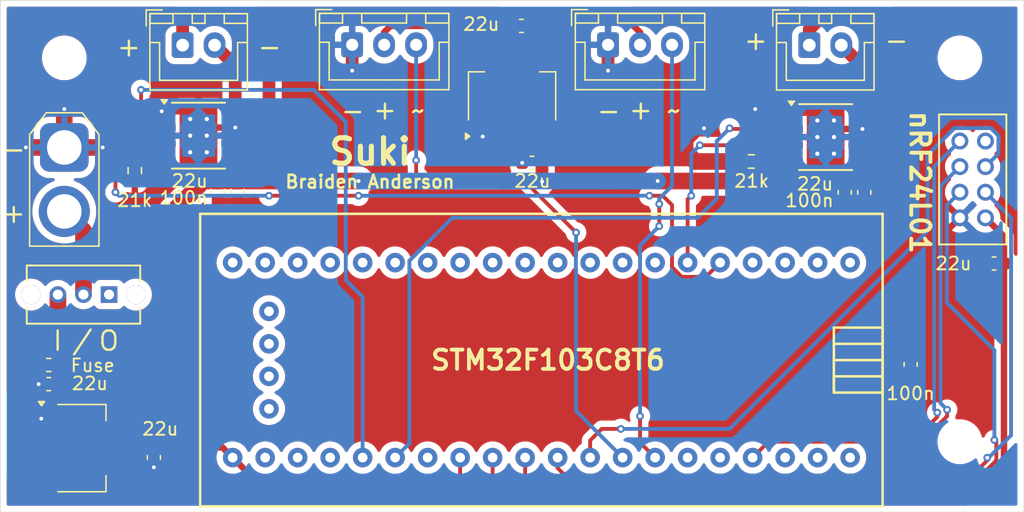
<source format=kicad_pcb>
(kicad_pcb (version 20241229) (generator "pcbnew") (generator_version "9.0")
  (layers (0 "F.Cu" signal) (2 "B.Cu" signal) (13 "F.Paste" user) (15 "B.Paste" user) (5 "F.SilkS" user "F.Silkscreen") (7 "B.SilkS" user "B.Silkscreen") (1 "F.Mask" user) (3 "B.Mask" user) (25 "Edge.Cuts" user))
  (net 0 "")
  (net 1 "/Fuse")
  (net 2 "TIM3_CH3_SRVO2")
  (net 3 "SCK")
  (net 4 "PWM_M2_EN")
  (net 5 "I{slash}O_M1_IN")
  (net 6 "+12V")
  (net 7 "+5V")
  (net 8 "PWM_M1_EN")
  (net 9 "GND")
  (net 10 "CSN")
  (net 11 "CE")
  (net 12 "MOSI")
  (net 13 "/NRST")
  (net 14 "MISO")
  (net 15 "I{slash}O_M2_IN")
  (net 16 "/M1+")
  (net 17 "/M1-")
  (net 18 "/M2+")
  (net 19 "/M2-")
  (net 20 "+3.3V")
  (net 21 "TIM3_CH3_SRVO1")
  (net 22 "/ILim1")
  (net 23 "/ILim2")
  (net 24 "/BATT")
  (footprint "Capacitor_SMD:C_0603_1608Metric" (layer "F.Cu") (at 186 48.010828 90)
    (property "Reference" "C6" (hide yes))
    (property "Value" "22u" (at 0.663297 -2.320373 180) (layer "F.SilkS"))
    (pad "1" smd roundrect (at -0.775 0 90) (size 0.9 0.95) (layers "F.Cu" "F.Mask" "F.Paste") (net 9 "GND"))
    (pad "2" smd roundrect (at 0.775 0 90) (size 0.9 0.95) (layers "F.Cu" "F.Mask" "F.Paste") (net 6 "+12V"))
  )
  (footprint "Capacitor_SMD:C_0603_1608Metric" (layer "F.Cu") (at 138.526823 47.89921 90)
    (property "Reference" "C9" (hide yes))
    (property "Value" "100n" (at -0.542272 -4.199095 180) (layer "F.SilkS"))
    (pad "1" smd roundrect (at -0.775 0 90) (size 0.9 0.95) (layers "F.Cu" "F.Mask" "F.Paste") (net 9 "GND"))
    (pad "2" smd roundrect (at 0.775 0 90) (size 0.9 0.95) (layers "F.Cu" "F.Mask" "F.Paste") (net 6 "+12V"))
  )
  (footprint "MountingHole:MountingHole_3mm" (layer "F.Cu") (at 195 67.5)
    (property "Reference" "H3" (hide yes))
    (property "Value" "MountingHole" (hide yes))
    (pad "" np_thru_hole circle (at 0 0) (size 3 3) (drill 3) (layers "*.Cu" "*.Mask"))
  )
  (footprint "Resistor_SMD:R_0603_1608Metric" (layer "F.Cu") (at 178.698274 45.596959)
    (property "Reference" "R3" (hide yes))
    (property "Value" "21k" (at 0.024854 1.527251 0) (layer "F.SilkS"))
    (pad "1" smd roundrect (at -0.825 0) (size 0.8 0.95) (layers "F.Cu" "F.Mask" "F.Paste") (net 9 "GND"))
    (pad "2" smd roundrect (at 0.825 0) (size 0.8 0.95) (layers "F.Cu" "F.Mask" "F.Paste") (net 23 "/ILim2"))
  )
  (footprint "Connector_JST:JST_XH_B3B-XH-A_1x03_P2.50mm_Vertical" (layer "F.Cu") (at 167.5 36.475)
    (property "Reference" "J1" (hide yes))
    (property "Value" "Conn_01x03_Pin" (hide yes))
    (pad "1" thru_hole roundrect (at 0 0) (size 1.7 1.95) (drill 0.95) (layers "*.Cu" "*.Mask") (roundrect_rratio 0.147059) (net 9 "GND"))
    (pad "2" thru_hole oval (at 2.5 0) (size 1.7 1.95) (drill 0.95) (layers "*.Cu" "*.Mask") (net 7 "+5V"))
    (pad "3" thru_hole oval (at 5 0) (size 1.7 1.95) (drill 0.95) (layers "*.Cu" "*.Mask") (net 2 "TIM3_CH3_SRVO2"))
  )
  (footprint "Package_TO_SOT_SMD:SOT-223-3_TabPin2" (layer "F.Cu") (at 126.35 68)
    (property "Reference" "U3" (hide yes))
    (property "Value" "AMS1117-3.3" (hide yes))
    (pad "1" smd roundrect (at -3.15 -2.3) (size 2 1.5) (layers "F.Cu" "F.Mask" "F.Paste") (net 9 "GND"))
    (pad "2" smd roundrect (at -3.15 0) (size 2 1.5) (layers "F.Cu" "F.Mask" "F.Paste") (net 20 "+3.3V"))
    (pad "2" smd roundrect (at 3.15 0) (size 2 3.8) (layers "F.Cu" "F.Mask" "F.Paste") (net 20 "+3.3V"))
    (pad "3" smd roundrect (at -3.15 2.3) (size 2 1.5) (layers "F.Cu" "F.Mask" "F.Paste") (net 6 "+12V"))
  )
  (footprint "Package_TO_SOT_SMD:SOT-223-3_TabPin2" (layer "F.Cu") (at 160 40.5 90)
    (property "Reference" "U1" (hide yes))
    (property "Value" "AMS1117-5.0" (hide yes))
    (pad "1" smd roundrect (at -3.15 -2.3 90) (size 2 1.5) (layers "F.Cu" "F.Mask" "F.Paste") (net 9 "GND"))
    (pad "2" smd roundrect (at -3.15 0 90) (size 2 1.5) (layers "F.Cu" "F.Mask" "F.Paste") (net 7 "+5V"))
    (pad "2" smd roundrect (at 3.15 0 90) (size 2 3.8) (layers "F.Cu" "F.Mask" "F.Paste") (net 7 "+5V"))
    (pad "3" smd roundrect (at -3.15 2.3 90) (size 2 1.5) (layers "F.Cu" "F.Mask" "F.Paste") (net 6 "+12V"))
  )
  (footprint "Capacitor_SMD:C_0603_1608Metric" (layer "F.Cu") (at 187.525539 48.011376 90)
    (property "Reference" "C7" (hide yes))
    (property "Value" "100n" (at -0.637735 -4.278866 180) (layer "F.SilkS"))
    (pad "1" smd roundrect (at -0.775 0 90) (size 0.9 0.95) (layers "F.Cu" "F.Mask" "F.Paste") (net 9 "GND"))
    (pad "2" smd roundrect (at 0.775 0 90) (size 0.9 0.95) (layers "F.Cu" "F.Mask" "F.Paste") (net 6 "+12V"))
  )
  (footprint "Resistor_SMD:R_0603_1608Metric" (layer "F.Cu") (at 130.509869 46.308662 90)
    (property "Reference" "R2" (hide yes))
    (property "Value" "21k" (at -2.325 0 0) (layer "F.SilkS"))
    (pad "1" smd roundrect (at -0.825 0 90) (size 0.8 0.95) (layers "F.Cu" "F.Mask" "F.Paste") (net 9 "GND"))
    (pad "2" smd roundrect (at 0.825 0 90) (size 0.8 0.95) (layers "F.Cu" "F.Mask" "F.Paste") (net 22 "/ILim1"))
  )
  (footprint "Capacitor_SMD:C_0603_1608Metric" (layer "F.Cu") (at 132 68.725 -90)
    (property "Reference" "C11" (hide yes))
    (property "Value" "22u" (at -2.225 -0.5 180) (layer "F.SilkS"))
    (pad "1" smd roundrect (at -0.775 0 270) (size 0.9 0.95) (layers "F.Cu" "F.Mask" "F.Paste") (net 20 "+3.3V"))
    (pad "2" smd roundrect (at 0.775 0 270) (size 0.9 0.95) (layers "F.Cu" "F.Mask" "F.Paste") (net 9 "GND"))
  )
  (footprint "JSTConnectors:CONN_B8B-PHDSS_JST" (layer "F.Cu") (at 194.9981 49.999999 90)
    (property "Reference" "J4" (hide yes))
    (property "Value" "B8B-nRF24L01" (hide yes))
    (pad "1" thru_hole circle (at 0 0 90) (size 1.3208 1.3208) (drill 0.8128) (layers "*.Cu" "*.Mask") (net 9 "GND"))
    (pad "2" thru_hole circle (at 0 2.000001 90) (size 1.3208 1.3208) (drill 0.8128) (layers "*.Cu" "*.Mask") (net 20 "+3.3V"))
    (pad "3" thru_hole circle (at 1.999999 0 90) (size 1.3208 1.3208) (drill 0.8128) (layers "*.Cu" "*.Mask") (net 11 "CE"))
    (pad "4" thru_hole circle (at 1.999999 2.000001 90) (size 1.3208 1.3208) (drill 0.8128) (layers "*.Cu" "*.Mask") (net 10 "CSN"))
    (pad "5" thru_hole circle (at 4 0 90) (size 1.3208 1.3208) (drill 0.8128) (layers "*.Cu" "*.Mask") (net 3 "SCK"))
    (pad "6" thru_hole circle (at 4 2.000001 90) (size 1.3208 1.3208) (drill 0.8128) (layers "*.Cu" "*.Mask") (net 12 "MOSI"))
    (pad "7" thru_hole circle (at 5.999998 0 90) (size 1.3208 1.3208) (drill 0.8128) (layers "*.Cu" "*.Mask") (net 14 "MISO"))
    (pad "8" thru_hole circle (at 5.999998 2.000001 90) (size 1.3208 1.3208) (drill 0.8128) (layers "*.Cu" "*.Mask"))
  )
  (footprint "Capacitor_SMD:C_0603_1608Metric" (layer "F.Cu") (at 160.725 35)
    (property "Reference" "C19" (hide yes))
    (property "Value" "22u" (at -3.131381 -0.138303 0) (layer "F.SilkS"))
    (pad "1" smd roundrect (at -0.775 0) (size 0.9 0.95) (layers "F.Cu" "F.Mask" "F.Paste") (net 7 "+5V"))
    (pad "2" smd roundrect (at 0.775 0) (size 0.9 0.95) (layers "F.Cu" "F.Mask" "F.Paste") (net 9 "GND"))
  )
  (footprint "Zesti:SPDT_OS102011_CNK" (layer "F.Cu") (at 128.5 56 -90)
    (property "Reference" "SW3" (hide yes))
    (property "Value" "SW_SPDT" (hide yes))
    (pad "1" thru_hole rect (at 0 0 270) (size 1.2954 1.2954) (drill 0.7874) (layers "*.Cu" "*.Mask"))
    (pad "2" thru_hole circle (at 0 2 270) (size 1.2954 1.2954) (drill 0.7874) (layers "*.Cu" "*.Mask") (net 24 "/BATT"))
    (pad "3" thru_hole circle (at 0 4.000001 270) (size 1.2954 1.2954) (drill 0.7874) (layers "*.Cu" "*.Mask") (net 1 "/Fuse"))
    (pad "4" thru_hole circle (at 0 -2.100001) (size 1.4986 1.4986) (drill 1.4986) (layers "*.Cu" "*.Mask"))
    (pad "5" thru_hole circle (at 0 6.1) (size 1.4986 1.4986) (drill 1.4986) (layers "*.Cu" "*.Mask"))
  )
  (footprint "Capacitor_SMD:C_0603_1608Metric" (layer "F.Cu") (at 161.562424 45.701837 180)
    (property "Reference" "C18" (hide yes))
    (property "Value" "22u" (at -0.025041 -1.422373 0) (layer "F.SilkS"))
    (pad "1" smd roundrect (at -0.775 0 180) (size 0.9 0.95) (layers "F.Cu" "F.Mask" "F.Paste") (net 6 "+12V"))
    (pad "2" smd roundrect (at 0.775 0 180) (size 0.9 0.95) (layers "F.Cu" "F.Mask" "F.Paste") (net 9 "GND"))
  )
  (footprint "STM32surface:BLUEPILL" (layer "F.Cu") (at 159.75 61.12 90)
    (property "Reference" "U2" (hide yes))
    (property "Value" "STM32F103C8T6" (hide yes))
    (pad "1" thru_hole circle (at -7.62 -21.59 90) (size 1.524 1.524) (drill 0.762) (layers "*.Cu" "*.Mask") (net 20 "+3.3V"))
    (pad "2" thru_hole circle (at -7.62 -19.05 90) (size 1.524 1.524) (drill 0.762) (layers "*.Cu" "*.Mask"))
    (pad "3" thru_hole circle (at -7.62 -16.51 90) (size 1.524 1.524) (drill 0.762) (layers "*.Cu" "*.Mask"))
    (pad "4" thru_hole circle (at -7.62 -13.97 90) (size 1.524 1.524) (drill 0.762) (layers "*.Cu" "*.Mask"))
    (pad "7" thru_hole circle (at -7.62 19.05 90) (size 1.524 1.524) (drill 0.762) (layers "*.Cu" "*.Mask") (net 13 "/NRST"))
    (pad "10" thru_hole circle (at -7.62 -11.43 90) (size 1.524 1.524) (drill 0.762) (layers "*.Cu" "*.Mask") (net 8 "PWM_M1_EN"))
    (pad "11" thru_hole circle (at -7.62 -8.89 90) (size 1.524 1.524) (drill 0.762) (layers "*.Cu" "*.Mask") (net 4 "PWM_M2_EN"))
    (pad "12" thru_hole circle (at -7.62 -6.35 90) (size 1.524 1.524) (drill 0.762) (layers "*.Cu" "*.Mask"))
    (pad "13" thru_hole circle (at -7.62 -3.81 90) (size 1.524 1.524) (drill 0.762) (layers "*.Cu" "*.Mask") (net 11 "CE"))
    (pad "14" thru_hole circle (at -7.62 -1.27 90) (size 1.524 1.524) (drill 0.762) (layers "*.Cu" "*.Mask") (net 10 "CSN"))
    (pad "15" thru_hole circle (at -7.62 1.27 90) (size 1.524 1.524) (drill 0.762) (layers "*.Cu" "*.Mask") (net 3 "SCK"))
    (pad "16" thru_hole circle (at -7.62 3.81 90) (size 1.524 1.524) (drill 0.762) (layers "*.Cu" "*.Mask") (net 14 "MISO"))
    (pad "17" thru_hole circle (at -7.62 6.35 90) (size 1.524 1.524) (drill 0.762) (layers "*.Cu" "*.Mask") (net 12 "MOSI"))
    (pad "18" thru_hole circle (at -7.62 8.89 90) (size 1.524 1.524) (drill 0.762) (layers "*.Cu" "*.Mask") (net 21 "TIM3_CH3_SRVO1"))
    (pad "19" thru_hole circle (at -7.62 11.43 90) (size 1.524 1.524) (drill 0.762) (layers "*.Cu" "*.Mask") (net 2 "TIM3_CH3_SRVO2"))
    (pad "21" thru_hole circle (at -7.62 13.97 90) (size 1.524 1.524) (drill 0.762) (layers "*.Cu" "*.Mask"))
    (pad "22" thru_hole circle (at -7.62 16.51 90) (size 1.524 1.524) (drill 0.762) (layers "*.Cu" "*.Mask"))
    (pad "25" thru_hole circle (at 7.62 26.67 90) (size 1.524 1.524) (drill 0.762) (layers "*.Cu" "*.Mask"))
    (pad "26" thru_hole circle (at 7.62 24.13 90) (size 1.524 1.524) (drill 0.762) (layers "*.Cu" "*.Mask"))
    (pad "27" thru_hole circle (at 7.62 21.59 90) (size 1.524 1.524) (drill 0.762) (layers "*.Cu" "*.Mask"))
    (pad "28" thru_hole circle (at 7.62 19.05 90) (size 1.524 1.524) (drill 0.762) (layers "*.Cu" "*.Mask"))
    (pad "29" thru_hole circle (at 7.62 16.51 90) (size 1.524 1.524) (drill 0.762) (layers "*.Cu" "*.Mask") (net 5 "I{slash}O_M1_IN"))
    (pad "30" thru_hole circle (at 7.62 13.97 90) (size 1.524 1.524) (drill 0.762) (layers "*.Cu" "*.Mask") (net 15 "I{slash}O_M2_IN"))
    (pad "31" thru_hole circle (at 7.62 11.43 90) (size 1.524 1.524) (drill 0.762) (layers "*.Cu" "*.Mask"))
    (pad "32" thru_hole circle (at 7.62 8.89 90) (size 1.524 1.524) (drill 0.762) (layers "*.Cu" "*.Mask"))
    (pad "33" thru_hole circle (at 7.62 6.35 90) (size 1.524 1.524) (drill 0.762) (layers "*.Cu" "*.Mask"))
    (pad "34" thru_hole circle (at 1.27 -18.75 90) (size 1.524 1.524) (drill 0.762) (layers "*.Cu" "*.Mask"))
    (pad "37" thru_hole circle (at -1.27 -18.75 90) (size 1.524 1.524) (drill 0.762) (layers "*.Cu" "*.Mask"))
    (pad "38" thru_hole circle (at 7.62 3.81 90) (size 1.524 1.524) (drill 0.762) (layers "*.Cu" "*.Mask"))
    (pad "39" thru_hole circle (at 7.62 1.27 90) (size 1.524 1.524) (drill 0.762) (layers "*.Cu" "*.Mask"))
    (pad "40" thru_hole circle (at 7.62 -1.27 90) (size 1.524 1.524) (drill 0.762) (layers "*.Cu" "*.Mask"))
    (pad "41" thru_hole circle (at 7.62 -3.81 90) (size 1.524 1.524) (drill 0.762) (layers "*.Cu" "*.Mask"))
    (pad "42" thru_hole circle (at 7.62 -6.35 90) (size 1.524 1.524) (drill 0.762) (layers "*.Cu" "*.Mask"))
    (pad "43" thru_hole circle (at 7.62 -8.89 90) (size 1.524 1.524) (drill 0.762) (layers "*.Cu" "*.Mask"))
    (pad "45" thru_hole circle (at 7.62 -11.43 90) (size 1.524 1.524) (drill 0.762) (layers "*.Cu" "*.Mask"))
    (pad "46" thru_hole circle (at 7.62 -13.97 90) (size 1.524 1.524) (drill 0.762) (layers "*.Cu" "*.Mask"))
    (pad "70" thru_hole circle (at -7.62 21.59 90) (size 1.524 1.524) (drill 0.762) (layers "*.Cu" "*.Mask"))
    (pad "71" thru_hole circle (at -7.62 24.13 90) (size 1.524 1.524) (drill 0.762) (layers "*.Cu" "*.Mask"))
    (pad "72" thru_hole circle (at -7.62 26.67 90) (size 1.524 1.524) (drill 0.762) (layers "*.Cu" "*.Mask"))
    (pad "73" thru_hole circle (at 7.62 -21.59 90) (size 1.524 1.524) (drill 0.762) (layers "*.Cu" "*.Mask"))
    (pad "74" thru_hole circle (at 7.62 -19.05 90) (size 1.524 1.524) (drill 0.762) (layers "*.Cu" "*.Mask"))
    (pad "75" thru_hole circle (at 7.62 -16.51 90) (size 1.524 1.524) (drill 0.762) (layers "*.Cu" "*.Mask"))
    (pad "76" thru_hole circle (at -3.81 -18.75 90) (size 1.524 1.524) (drill 0.762) (layers "*.Cu" "*.Mask"))
    (pad "77" thru_hole circle (at 3.81 -18.75 90) (size 1.524 1.524) (drill 0.762) (layers "*.Cu" "*.Mask"))
  )
  (footprint "MountingHole:MountingHole_3mm" (layer "F.Cu") (at 195 37.5)
    (property "Reference" "H2" (hide yes))
    (property "Value" "MountingHole" (hide yes))
    (pad "" np_thru_hole circle (at 0 0) (size 3 3) (drill 3) (layers "*.Cu" "*.Mask"))
  )
  (footprint "MountingHole:MountingHole_3mm" (layer "F.Cu") (at 125 37.5)
    (property "Reference" "H1" (hide yes))
    (property "Value" "MountingHole" (hide yes))
    (pad "" np_thru_hole circle (at 0 0) (size 3 3) (drill 3) (layers "*.Cu" "*.Mask"))
  )
  (footprint "Package_SO:Texas_HTSOP-8-1EP_3.9x4.9mm_P1.27mm_EP2.95x4.9mm_Mask2.4x3.1mm_ThermalVias" (layer "F.Cu") (at 135.487872 43.577705)
    (property "Reference" "U4" (hide yes))
    (property "Value" "DRV8871DDA" (hide yes))
    (pad "1" smd rect (at -2.875 -1.905) (size 2.2 0.5) (layers "F.Cu" "F.Mask" "F.Paste") (net 9 "GND"))
    (pad "2" smd rect (at -2.875 -0.635) (size 2.2 0.5) (layers "F.Cu" "F.Mask" "F.Paste") (net 8 "PWM_M1_EN"))
    (pad "3" smd rect (at -2.875 0.635) (size 2.2 0.5) (layers "F.Cu" "F.Mask" "F.Paste") (net 5 "I{slash}O_M1_IN"))
    (pad "4" smd rect (at -2.875 1.905) (size 2.2 0.5) (layers "F.Cu" "F.Mask" "F.Paste") (net 22 "/ILim1"))
    (pad "5" smd rect (at 2.875 1.905) (size 2.2 0.5) (layers "F.Cu" "F.Mask" "F.Paste") (net 6 "+12V"))
    (pad "6" smd rect (at 2.875 0.635) (size 2.2 0.5) (layers "F.Cu" "F.Mask" "F.Paste") (net 16 "/M1+"))
    (pad "7" smd rect (at 2.875 -0.635) (size 2.2 0.5) (layers "F.Cu" "F.Mask" "F.Paste") (net 9 "GND"))
    (pad "8" smd rect (at 2.875 -1.905) (size 2.2 0.5) (layers "F.Cu" "F.Mask" "F.Paste") (net 17 "/M1-"))
    (pad "9" thru_hole circle (at -0.65 -1.3) (size 0.63 0.63) (drill 0.33) (layers "*.Cu" "*.Mask") (net 9 "GND"))
    (pad "9" thru_hole circle (at -0.65 0) (size 0.63 0.63) (drill 0.33) (layers "*.Cu" "*.Mask") (net 9 "GND"))
    (pad "9" thru_hole circle (at -0.65 1.3) (size 0.63 0.63) (drill 0.33) (layers "*.Cu" "*.Mask") (net 9 "GND"))
    (pad "9" smd rect (at 0 0) (size 2.6 3.3) (layers "B.Cu") (net 9 "GND"))
    (pad "9" smd rect (at 0 0) (size 2.95 4.9) (layers "F.Cu") (net 9 "GND"))
    (pad "9" thru_hole circle (at 0.65 -1.3) (size 0.63 0.63) (drill 0.33) (layers "*.Cu" "*.Mask") (net 9 "GND"))
    (pad "9" thru_hole circle (at 0.65 0) (size 0.63 0.63) (drill 0.33) (layers "*.Cu" "*.Mask") (net 9 "GND"))
    (pad "9" thru_hole circle (at 0.65 1.3) (size 0.63 0.63) (drill 0.33) (layers "*.Cu" "*.Mask") (net 9 "GND"))
  )
  (footprint "Connector_JST:JST_XH_B2B-XH-A_1x02_P2.50mm_Vertical" (layer "F.Cu") (at 134.25 36.5)
    (property "Reference" "M1+1" (hide yes))
    (property "Value" "M1-" (hide yes))
    (pad "1" thru_hole roundrect (at 0 0) (size 1.7 2) (drill 1) (layers "*.Cu" "*.Mask") (roundrect_rratio 0.147059) (net 16 "/M1+"))
    (pad "2" thru_hole oval (at 2.5 0) (size 1.7 2) (drill 1) (layers "*.Cu" "*.Mask") (net 17 "/M1-"))
  )
  (footprint "Connector_AMASS:AMASS_XT30U-F_1x02_P5.0mm_Vertical" (layer "F.Cu") (at 125 44.5 -90)
    (property "Reference" "J13" (hide yes))
    (property "Value" "Conn_01x02_Pin" (hide yes))
    (pad "1" thru_hole roundrect (at 0 0 270) (size 3.8 3.8) (drill 2.7) (layers "*.Cu" "*.Mask") (roundrect_rratio 0.2) (net 9 "GND"))
    (pad "2" thru_hole circle (at 5 0 270) (size 4 4) (drill 2.7) (layers "*.Cu" "*.Mask") (net 24 "/BATT"))
  )
  (footprint "Capacitor_SMD:C_0603_1608Metric" (layer "F.Cu") (at 197.670741 53.574114 180)
    (property "Reference" "C1" (hide yes))
    (property "Value" "22u" (at 3.170741 0 0) (layer "F.SilkS"))
    (pad "1" smd roundrect (at -0.775 0 180) (size 0.9 0.95) (layers "F.Cu" "F.Mask" "F.Paste") (net 20 "+3.3V"))
    (pad "2" smd roundrect (at 0.775 0 180) (size 0.9 0.95) (layers "F.Cu" "F.Mask" "F.Paste") (net 9 "GND"))
  )
  (footprint "Capacitor_SMD:C_0603_1608Metric" (layer "F.Cu") (at 191.151253 61.461555 90)
    (property "Reference" "C15" (hide yes))
    (property "Value" "100n" (at -2.267246 0 0) (layer "F.SilkS"))
    (pad "1" smd roundrect (at -0.775 0 90) (size 0.9 0.95) (layers "F.Cu" "F.Mask" "F.Paste") (net 13 "/NRST"))
    (pad "2" smd roundrect (at 0.775 0 90) (size 0.9 0.95) (layers "F.Cu" "F.Mask" "F.Paste") (net 9 "GND"))
  )
  (footprint "Connector_JST:JST_XH_B3B-XH-A_1x03_P2.50mm_Vertical" (layer "F.Cu") (at 147.5 36.475)
    (property "Reference" "J2" (hide yes))
    (property "Value" "Conn_01x03_Pin" (hide yes))
    (pad "1" thru_hole roundrect (at 0 0) (size 1.7 1.95) (drill 0.95) (layers "*.Cu" "*.Mask") (roundrect_rratio 0.147059) (net 9 "GND"))
    (pad "2" thru_hole oval (at 2.5 0) (size 1.7 1.95) (drill 0.95) (layers "*.Cu" "*.Mask") (net 7 "+5V"))
    (pad "3" thru_hole oval (at 5 0) (size 1.7 1.95) (drill 0.95) (layers "*.Cu" "*.Mask") (net 21 "TIM3_CH3_SRVO1"))
  )
  (footprint "Capacitor_SMD:C_0603_1608Metric" (layer "F.Cu") (at 123.775 63 180)
    (property "Reference" "C10" (hide yes))
    (property "Value" "22u" (at -3.225 0.054171 0) (layer "F.SilkS"))
    (pad "1" smd roundrect (at -0.775 0 180) (size 0.9 0.95) (layers "F.Cu" "F.Mask" "F.Paste") (net 6 "+12V"))
    (pad "2" smd roundrect (at 0.775 0 180) (size 0.9 0.95) (layers "F.Cu" "F.Mask" "F.Paste") (net 9 "GND"))
  )
  (footprint "Connector_JST:JST_XH_B2B-XH-A_1x02_P2.50mm_Vertical" (layer "F.Cu") (at 183.22911 36.5)
    (property "Reference" "M2+1" (hide yes))
    (property "Value" "M2-" (hide yes))
    (pad "1" thru_hole roundrect (at 0 0) (size 1.7 2) (drill 1) (layers "*.Cu" "*.Mask") (roundrect_rratio 0.147059) (net 18 "/M2+"))
    (pad "2" thru_hole oval (at 2.5 0) (size 1.7 2) (drill 1) (layers "*.Cu" "*.Mask") (net 19 "/M2-"))
  )
  (footprint "Package_SO:Texas_HTSOP-8-1EP_3.9x4.9mm_P1.27mm_EP2.95x4.9mm_Mask2.4x3.1mm_ThermalVias" (layer "F.Cu") (at 184.507678 43.689585)
    (property "Reference" "U5" (hide yes))
    (property "Value" "DRV8871DDA" (hide yes))
    (pad "1" smd rect (at -2.875 -1.905) (size 2.2 0.5) (layers "F.Cu" "F.Mask" "F.Paste") (net 9 "GND"))
    (pad "2" smd rect (at -2.875 -0.635) (size 2.2 0.5) (layers "F.Cu" "F.Mask" "F.Paste") (net 4 "PWM_M2_EN"))
    (pad "3" smd rect (at -2.875 0.635) (size 2.2 0.5) (layers "F.Cu" "F.Mask" "F.Paste") (net 15 "I{slash}O_M2_IN"))
    (pad "4" smd rect (at -2.875 1.905) (size 2.2 0.5) (layers "F.Cu" "F.Mask" "F.Paste") (net 23 "/ILim2"))
    (pad "5" smd rect (at 2.875 1.905) (size 2.2 0.5) (layers "F.Cu" "F.Mask" "F.Paste") (net 6 "+12V"))
    (pad "6" smd rect (at 2.875 0.635) (size 2.2 0.5) (layers "F.Cu" "F.Mask" "F.Paste") (net 18 "/M2+"))
    (pad "7" smd rect (at 2.875 -0.635) (size 2.2 0.5) (layers "F.Cu" "F.Mask" "F.Paste") (net 9 "GND"))
    (pad "8" smd rect (at 2.875 -1.905) (size 2.2 0.5) (layers "F.Cu" "F.Mask" "F.Paste") (net 19 "/M2-"))
    (pad "9" thru_hole circle (at -0.65 -1.3) (size 0.63 0.63) (drill 0.33) (layers "*.Cu" "*.Mask") (net 9 "GND"))
    (pad "9" thru_hole circle (at -0.65 0) (size 0.63 0.63) (drill 0.33) (layers "*.Cu" "*.Mask") (net 9 "GND"))
    (pad "9" thru_hole circle (at -0.65 1.3) (size 0.63 0.63) (drill 0.33) (layers "*.Cu" "*.Mask") (net 9 "GND"))
    (pad "9" smd rect (at 0 0) (size 2.6 3.3) (layers "B.Cu") (net 9 "GND"))
    (pad "9" smd rect (at 0 0) (size 2.95 4.9) (layers "F.Cu") (net 9 "GND"))
    (pad "9" thru_hole circle (at 0.65 -1.3) (size 0.63 0.63) (drill 0.33) (layers "*.Cu" "*.Mask") (net 9 "GND"))
    (pad "9" thru_hole circle (at 0.65 0) (size 0.63 0.63) (drill 0.33) (layers "*.Cu" "*.Mask") (net 9 "GND"))
    (pad "9" thru_hole circle (at 0.65 1.3) (size 0.63 0.63) (drill 0.33) (layers "*.Cu" "*.Mask") (net 9 "GND"))
  )
  (footprint "Fuse:Fuse_0603_1608Metric" (layer "F.Cu") (at 123.7875 61.5)
    (property "Reference" "F1" (hide yes))
    (property "Value" "Fuse" (at 3.432237 0.036488 0) (layer "F.SilkS"))
    (pad "1" smd roundrect (at -0.7875 0) (size 0.875 0.95) (layers "F.Cu" "F.Mask" "F.Paste") (net 1 "/Fuse"))
    (pad "2" smd roundrect (at 0.7875 0) (size 0.875 0.95) (layers "F.Cu" "F.Mask" "F.Paste") (net 6 "+12V"))
  )
  (footprint "Capacitor_SMD:C_0603_1608Metric" (layer "F.Cu") (at 137.001284 47.89921 90)
    (property "Reference" "C8" (hide yes))
    (property "Value" "22u" (at 0.775 -2.201956 180) (layer "F.SilkS"))
    (pad "1" smd roundrect (at -0.775 0 90) (size 0.9 0.95) (layers "F.Cu" "F.Mask" "F.Paste") (net 9 "GND"))
    (pad "2" smd roundrect (at 0.775 0 90) (size 0.9 0.95) (layers "F.Cu" "F.Mask" "F.Paste") (net 6 "+12V"))
  )
  (gr_line (start 200 73) (end 200 33) (stroke (width 0.05)) (layer "Edge.Cuts"))
  (gr_line (start 200 33) (end 120 33) (stroke (width 0.05)) (layer "Edge.Cuts"))
  (gr_line (start 120 33) (end 120 73) (stroke (width 0.05)) (layer "Edge.Cuts"))
  (gr_line (start 120 73) (end 200 73) (stroke (width 0.05)) (layer "Edge.Cuts"))
  (gr_text "-" (at 120 45.5 0) (layer "F.SilkS") (effects (font (size 1.5 1.5) (thickness 0.1875)) (justify left bottom)))
  (gr_text "+" (at 178 37 0) (layer "F.SilkS") (effects (font (size 1.5 1.5) (thickness 0.1875)) (justify left bottom)))
  (gr_text "O" (at 127.57518 60.5 0) (layer "F.SilkS") (effects (font (size 1.5 1.5) (thickness 0.1875)) (justify left bottom)))
  (gr_text "STM32F103C8T6" (at 153.5 62 0) (layer "F.SilkS") (effects (font (size 1.5 1.5) (thickness 0.3) (bold yes)) (justify left bottom)))
  (gr_text "~" (at 152 42.5 0) (layer "F.SilkS") (effects (font (size 1.5 1.5) (thickness 0.1875)) (justify left bottom)))
  (gr_text "+" (at 149.00898 42.422649 0) (layer "F.SilkS") (effects (font (size 1.5 1.5) (thickness 0.1875)) (justify left bottom)))
  (gr_text "+" (at 129 37.5 0) (layer "F.SilkS") (effects (font (size 1.5 1.5) (thickness 0.1875)) (justify left bottom)))
  (gr_text "/" (at 125.5 60.5 0) (layer "F.SilkS") (effects (font (size 1.5 1.5) (thickness 0.1875)) (justify left bottom)))
  (gr_text "-" (at 146.5 42.5 0) (layer "F.SilkS") (effects (font (size 1.5 1.5) (thickness 0.1875)) (justify left bottom)))
  (gr_text "~" (at 172 42.5 0) (layer "F.SilkS") (effects (font (size 1.5 1.5) (thickness 0.1875)) (justify left bottom)))
  (gr_text "Braiden Anderson" (at 142.164928 47.765831 0) (layer "F.SilkS") (effects (font (size 1 1) (thickness 0.2) (bold yes)) (justify left bottom)))
  (gr_text "+" (at 120 50.5 0) (layer "F.SilkS") (effects (font (size 1.5 1.5) (thickness 0.1875)) (justify left bottom)))
  (gr_text "-" (at 166.5 42.5 0) (layer "F.SilkS") (effects (font (size 1.5 1.5) (thickness 0.1875)) (justify left bottom)))
  (gr_text "-" (at 140 37.5 0) (layer "F.SilkS") (effects (font (size 1.5 1.5) (thickness 0.1875)) (justify left bottom)))
  (gr_text "Suki" (at 145.5 46 0) (layer "F.SilkS") (effects (font (size 2 2) (thickness 0.4) (bold yes)) (justify left bottom)))
  (gr_text "-" (at 189 37 0) (layer "F.SilkS") (effects (font (size 1.5 1.5) (thickness 0.1875)) (justify left bottom)))
  (gr_text "I" (at 124 60.5 0) (layer "F.SilkS") (effects (font (size 1.5 1.5) (thickness 0.1875)) (justify left bottom)))
  (gr_text "+" (at 169.00898 42.422649 0) (layer "F.SilkS") (effects (font (size 1.5 1.5) (thickness 0.1875)) (justify left bottom)))
  (gr_text "nRF24L01" (at 191 41.5 270) (layer "F.SilkS") (effects (font (size 1.5 1.5) (thickness 0.3) (bold yes)) (justify left bottom)))
  (segment (start 123 60) (end 123 61.5) (width 1.3) (layer "F.Cu") (net 1))
  (segment (start 124.499999 56) (end 124.499999 58.500001) (width 1.3) (layer "F.Cu") (net 1))
  (segment (start 124.499999 58.500001) (end 123 60) (width 1.3) (layer "F.Cu") (net 1))
  (segment (start 171.5 48.92421) (end 171.5 50.65) (width 0.3) (layer "F.Cu") (net 2))
  (segment (start 170 67.56) (end 171.18 68.74) (width 0.3) (layer "F.Cu") (net 2))
  (segment (start 170 65.5) (end 170 67.56) (width 0.3) (layer "F.Cu") (net 2))
  (via (at 171.5 50.65) (size 0.6) (drill 0.3) (layers "F.Cu" "B.Cu") (net 2))
  (via (at 170 65.5) (size 0.6) (drill 0.3) (layers "F.Cu" "B.Cu") (net 2))
  (via (at 171.5 48.92421) (size 0.6) (drill 0.3) (layers "F.Cu" "B.Cu") (net 2))
  (segment (start 172.5 47.5) (end 171.5 48.5) (width 0.3) (layer "B.Cu") (net 2))
  (segment (start 171.5 48.5) (end 171.5 48.92421) (width 0.3) (layer "B.Cu") (net 2))
  (segment (start 171.5 50.65) (end 170 52.15) (width 0.3) (layer "B.Cu") (net 2))
  (segment (start 172.5 36.475) (end 172.5 47.5) (width 0.3) (layer "B.Cu") (net 2))
  (segment (start 170 52.15) (end 170 65.5) (width 0.3) (layer "B.Cu") (net 2))
  (segment (start 188.854 70.646) (end 193.5 66) (width 0.3) (layer "F.Cu") (net 3))
  (segment (start 161.02 70.166) (end 161.5 70.646) (width 0.3) (layer "F.Cu") (net 3))
  (segment (start 194 65.5) (end 194 65) (width 0.3) (layer "F.Cu") (net 3))
  (segment (start 161.5 70.646) (end 188.854 70.646) (width 0.3) (layer "F.Cu") (net 3))
  (segment (start 161.02 68.74) (end 161.02 70.166) (width 0.3) (layer "F.Cu") (net 3))
  (segment (start 193.5 66) (end 194 65.5) (width 0.3) (layer "F.Cu") (net 3))
  (via (at 194 65) (size 0.6) (drill 0.3) (layers "F.Cu" "B.Cu") (net 3))
  (segment (start 193.4857 50.626455) (end 193.4857 47.512399) (width 0.3) (layer "B.Cu") (net 3))
  (segment (start 193.4876 64.4876) (end 193.4876 50.628356) (width 0.3) (layer "B.Cu") (net 3))
  (segment (start 193.4857 47.512399) (end 194.9981 45.999999) (width 0.3) (layer "B.Cu") (net 3))
  (segment (start 194 65) (end 193.4876 64.4876) (width 0.3) (layer "B.Cu") (net 3))
  (segment (start 193.4876 50.628356) (end 193.4857 50.626455) (width 0.3) (layer "B.Cu") (net 3))
  (segment (start 177 43) (end 177.054585 43.054585) (width 0.3) (layer "F.Cu") (net 4))
  (segment (start 177.054585 43.054585) (end 181.632678 43.054585) (width 0.3) (layer "F.Cu") (net 4))
  (via (at 177 43) (size 0.6) (drill 0.3) (layers "F.Cu" "B.Cu") (net 4))
  (segment (start 176 44) (end 176 48.5) (width 0.3) (layer "B.Cu") (net 4))
  (segment (start 155.32598 50) (end 151.973 53.35298) (width 0.3) (layer "B.Cu") (net 4))
  (segment (start 176 48.5) (end 174.5 50) (width 0.3) (layer "B.Cu") (net 4))
  (segment (start 151.973 67.627) (end 150.86 68.74) (width 0.3) (layer "B.Cu") (net 4))
  (segment (start 177 43) (end 176 44) (width 0.3) (layer "B.Cu") (net 4))
  (segment (start 174.5 50) (end 155.32598 50) (width 0.3) (layer "B.Cu") (net 4))
  (segment (start 151.973 53.35298) (end 151.973 67.627) (width 0.3) (layer "B.Cu") (net 4))
  (segment (start 148 48.27421) (end 141 48.27421) (width 0.3) (layer "F.Cu") (net 5))
  (segment (start 171 48.27421) (end 170.72579 48.27421) (width 0.3) (layer "F.Cu") (net 5))
  (segment (start 173.25898 54.613) (end 172.5 53.85402) (width 0.3) (layer "F.Cu") (net 5))
  (segment (start 176.26 53.5) (end 175.147 54.613) (width 0.3) (layer "F.Cu") (net 5))
  (segment (start 129 45) (end 129.787295 44.212705) (width 0.3) (layer "F.Cu") (net 5))
  (segment (start 175.147 54.613) (end 173.25898 54.613) (width 0.3) (layer "F.Cu") (net 5))
  (segment (start 129.787295 44.212705) (end 132.612872 44.212705) (width 0.3) (layer "F.Cu") (net 5))
  (segment (start 172.5 53.85402) (end 172.5 49) (width 0.3) (layer "F.Cu") (net 5))
  (segment (start 129 48) (end 129 45) (width 0.3) (layer "F.Cu") (net 5))
  (segment (start 172.5 49) (end 171.77421 48.27421) (width 0.3) (layer "F.Cu") (net 5))
  (segment (start 171.77421 48.27421) (end 171 48.27421) (width 0.3) (layer "F.Cu") (net 5))
  (via (at 129 48) (size 0.6) (drill 0.3) (layers "F.Cu" "B.Cu") (net 5))
  (via (at 148 48.27421) (size 0.6) (drill 0.3) (layers "F.Cu" "B.Cu") (net 5))
  (via (at 141 48.27421) (size 0.6) (drill 0.3) (layers "F.Cu" "B.Cu") (net 5))
  (via (at 170.72579 48.27421) (size 0.6) (drill 0.3) (layers "F.Cu" "B.Cu") (net 5))
  (segment (start 148 48.27421) (end 170.72579 48.27421) (width 0.3) (layer "B.Cu") (net 5))
  (segment (start 129.27421 48.27421) (end 141 48.27421) (width 0.3) (layer "B.Cu") (net 5))
  (segment (start 129 48) (end 129.27421 48.27421) (width 0.3) (layer "B.Cu") (net 5))
  (segment (start 171.379614 47.123211) (end 187.412374 47.123211) (width 1.3) (layer "F.Cu") (net 6))
  (segment (start 138.526823 47.12421) (end 138.526823 45.727656) (width 1.3) (layer "F.Cu") (net 6))
  (segment (start 133.5 58) (end 133.5 49.5) (width 1.3) (layer "F.Cu") (net 6))
  (segment (start 162.337424 45.701837) (end 162.337424 47.158622) (width 1) (layer "F.Cu") (net 6))
  (segment (start 133.5 49.5) (end 135.87579 47.12421) (width 1.3) (layer "F.Cu") (net 6))
  (segment (start 130 61.5) (end 133.5 58) (width 1.3) (layer "F.Cu") (net 6))
  (segment (start 138.526867 47.124166) (end 138.526823 47.12421) (width 1.3) (layer "F.Cu") (net 6))
  (segment (start 121 69.5) (end 121 64.5) (width 0.5) (layer "F.Cu") (net 6))
  (segment (start 187.412374 47.123211) (end 187.525539 47.236376) (width 1.3) (layer "F.Cu") (net 6))
  (segment (start 124.55 61.525) (end 124.575 61.5) (width 0.5) (layer "F.Cu") (net 6))
  (segment (start 138.526823 45.727656) (end 138.362872 45.563705) (width 1.3) (layer "F.Cu") (net 6))
  (segment (start 162.337424 43.687424) (end 162.3 43.65) (width 1) (layer "F.Cu") (net 6))
  (segment (start 162.337424 45.701837) (end 162.337424 43.687424) (width 1) (layer "F.Cu") (net 6))
  (segment (start 187.525539 45.737446) (end 187.382678 45.594585) (width 1) (layer "F.Cu") (net 6))
  (segment (start 121 64.5) (end 121.5 64) (width 0.5) (layer "F.Cu") (net 6))
  (segment (start 121.5 64) (end 123.55 64) (width 0.5) (layer "F.Cu") (net 6))
  (segment (start 187.382678 47.093515) (end 187.525539 47.236376) (width 1) (layer "F.Cu") (net 6))
  (segment (start 135.87579 47.12421) (end 137.001284 47.12421) (width 1.3) (layer "F.Cu") (net 6))
  (segment (start 121 69.5) (end 121.8 70.3) (width 0.5) (layer "F.Cu") (net 6))
  (segment (start 121.8 70.3) (end 123.2 70.3) (width 0.5) (layer "F.Cu") (net 6))
  (segment (start 187.525539 47.236376) (end 187.525539 45.737446) (width 1) (layer "F.Cu") (net 6))
  (segment (start 123.55 64) (end 124.55 63) (width 0.5) (layer "F.Cu") (net 6))
  (segment (start 171.379613 47.12321) (end 171.379614 47.123211) (width 1.3) (layer "F.Cu") (net 6))
  (segment (start 138.271367 47.12421) (end 137.001284 47.12421) (width 1.3) (layer "F.Cu") (net 6))
  (segment (start 124.55 63) (end 124.55 61.525) (width 0.5) (layer "F.Cu") (net 6))
  (segment (start 148 47.124166) (end 138.526867 47.124166) (width 1.3) (layer "F.Cu") (net 6))
  (segment (start 162.337424 47.158622) (end 162.345517 47.166715) (width 1) (layer "F.Cu") (net 6))
  (segment (start 124.575 61.5) (end 130 61.5) (width 1.3) (layer "F.Cu") (net 6))
  (via (at 171.379613 47.12321) (size 0.6) (drill 0.3) (layers "F.Cu" "B.Cu") (net 6))
  (via (at 148 47.124166) (size 0.6) (drill 0.3) (layers "F.Cu" "B.Cu") (net 6))
  (via (at 162.345517 47.166715) (size 0.6) (drill 0.3) (layers "F.Cu" "B.Cu") (net 6))
  (segment (start 167.5 47.123211) (end 159.315861 47.123211) (width 1.3) (layer "B.Cu") (net 6))
  (segment (start 159.314906 47.124166) (end 148 47.124166) (width 1.3) (layer "B.Cu") (net 6))
  (segment (start 167.500001 47.12321) (end 167.5 47.123211) (width 1.3) (layer "B.Cu") (net 6))
  (segment (start 159.315861 47.123211) (end 159.314906 47.124166) (width 1.3) (layer "B.Cu") (net 6))
  (segment (start 171.379613 47.12321) (end 167.500001 47.12321) (width 1.3) (layer "B.Cu") (net 6))
  (segment (start 150 35.5) (end 150.5 35) (width 0.5) (layer "F.Cu") (net 7))
  (segment (start 168.5 34) (end 170 35.5) (width 0.5) (layer "F.Cu") (net 7))
  (segment (start 150.5 35) (end 159.95 35) (width 0.5) (layer "F.Cu") (net 7))
  (segment (start 170 35.5) (end 170 36.475) (width 0.5) (layer "F.Cu") (net 7))
  (segment (start 159.95 35) (end 159.95 34.55) (width 0.5) (layer "F.Cu") (net 7))
  (segment (start 159.95 34.55) (end 160.5 34) (width 0.5) (layer "F.Cu") (net 7))
  (segment (start 160.5 34) (end 168.5 34) (width 0.5) (layer "F.Cu") (net 7))
  (segment (start 150 36.475) (end 150 35.5) (width 0.5) (layer "F.Cu") (net 7))
  (segment (start 131.942705 42.942705) (end 132.612872 42.942705) (width 0.3) (layer "F.Cu") (net 8))
  (segment (start 131 42) (end 131.942705 42.942705) (width 0.3) (layer "F.Cu") (net 8))
  (segment (start 131 40) (end 131 42) (width 0.3) (layer "F.Cu") (net 8))
  (via (at 131 40) (size 0.6) (drill 0.3) (layers "F.Cu" "B.Cu") (net 8))
  (segment (start 144.5 40) (end 147 42.5) (width 0.3) (layer "B.Cu") (net 8))
  (segment (start 147 42.5) (end 147 54.86) (width 0.3) (layer "B.Cu") (net 8))
  (segment (start 147 54.86) (end 148.32 56.18) (width 0.3) (layer "B.Cu") (net 8))
  (segment (start 131 40) (end 144.5 40) (width 0.3) (layer "B.Cu") (net 8))
  (segment (start 148.32 56.18) (end 148.32 68.74) (width 0.3) (layer "B.Cu") (net 8))
  (segment (start 173.524415 44.801345) (end 173.524415 43.847825) (width 1.3) (layer "F.Cu") (net 9))
  (segment (start 147.5 36.475) (end 147.5 38.5) (width 1) (layer "F.Cu") (net 9))
  (segment (start 125 44.5) (end 128 44.5) (width 1.3) (layer "F.Cu") (net 9))
  (segment (start 167.5 36.475) (end 167.5 38.5) (width 1) (layer "F.Cu") (net 9))
  (segment (start 174.37224 43) (end 175 43) (width 1.3) (layer "F.Cu") (net 9))
  (segment (start 177.873274 45.596959) (end 174.320029 45.596959) (width 1.3) (layer "F.Cu") (net 9))
  (segment (start 179.284585 41.784585) (end 179 41.5) (width 1) (layer "F.Cu") (net 9))
  (segment (start 125 44.5) (end 125 41.5) (width 1.3) (layer "F.Cu") (net 9))
  (segment (start 173.524415 43.847825) (end 174.37224 43) (width 1.3) (layer "F.Cu") (net 9))
  (segment (start 174.320029 45.596959) (end 173.524415 44.801345) (width 1.3) (layer "F.Cu") (net 9))
  (segment (start 125 44.5) (end 122 44.5) (width 1.3) (layer "F.Cu") (net 9))
  (segment (start 181.632678 41.784585) (end 179.284585 41.784585) (width 1) (layer "F.Cu") (net 9))
  (via (at 167.5 38.5) (size 0.6) (drill 0.3) (layers "F.Cu" "B.Cu") (net 9))
  (via (at 132.612872 41.672705) (size 0.6) (drill 0.3) (layers "F.Cu" "B.Cu") (net 9))
  (via (at 160.787424 45.701837) (size 0.6) (drill 0.3) (layers "F.Cu" "B.Cu") (net 9))
  (via (at 147.5 38.5) (size 0.6) (drill 0.3) (layers "F.Cu" "B.Cu") (net 9))
  (via (at 128 44.5) (size 0.6) (drill 0.3) (layers "F.Cu" "B.Cu") (net 9))
  (via (at 122 44.5) (size 0.6) (drill 0.3) (layers "F.Cu" "B.Cu") (net 9))
  (via (at 175 43) (size 0.6) (drill 0.3) (layers "F.Cu" "B.Cu") (net 9))
  (via (at 138.362872 42.942705) (size 0.6) (drill 0.3) (layers "F.Cu" "B.Cu") (net 9))
  (via (at 187.382678 43.054585) (size 0.6) (drill 0.3) (layers "F.Cu" "B.Cu") (net 9))
  (via (at 132 69.5) (size 0.6) (drill 0.3) (layers "F.Cu" "B.Cu") (net 9))
  (via (at 123.2 65.7) (size 0.6) (drill 0.3) (layers "F.Cu" "B.Cu") (net 9))
  (via (at 123 63) (size 0.6) (drill 0.3) (layers "F.Cu" "B.Cu") (net 9))
  (via (at 157.7 43.65) (size 0.6) (drill 0.3) (layers "F.Cu" "B.Cu") (net 9))
  (via (at 125 41.5) (size 0.6) (drill 0.3) (layers "F.Cu" "B.Cu") (net 9))
  (via (at 179 41.5) (size 0.6) (drill 0.3) (layers "F.Cu" "B.Cu") (net 9))
  (segment (start 197.137301 68.750001) (end 197.19365 68.80635) (width 0.3) (layer "F.Cu") (net 10))
  (segment (start 159 71.147) (end 158.48 70.627) (width 0.3) (layer "F.Cu") (net 10))
  (segment (start 194.951021 71.147) (end 159 71.147) (width 0.3) (layer "F.Cu") (net 10))
  (segment (start 158.48 70.627) (end 158.48 68.74) (width 0.3) (layer "F.Cu") (net 10))
  (segment (start 197.19365 68.80635) (end 197.19365 68.904371) (width 0.3) (layer "F.Cu") (net 10))
  (segment (start 197.19365 68.904371) (end 194.951021 71.147) (width 0.3) (layer "F.Cu") (net 10))
  (via (at 197.137301 68.750001) (size 0.6) (drill 0.3) (layers "F.Cu" "B.Cu") (net 10))
  (segment (start 199 50.001899) (end 196.998101 48) (width 0.3) (layer "B.Cu") (net 10))
  (segment (start 197.306348 68.693652) (end 199 67) (width 0.3) (layer "B.Cu") (net 10))
  (segment (start 199 67) (end 199 50.001899) (width 0.3) (layer "B.Cu") (net 10))
  (segment (start 197.137301 68.750001) (end 197.19365 68.693652) (width 0.3) (layer "B.Cu") (net 10))
  (segment (start 197.19365 68.693652) (end 197.306348 68.693652) (width 0.3) (layer "B.Cu") (net 10))
  (segment (start 155.94 68.74) (end 155.94 70.088) (width 0.3) (layer "F.Cu") (net 11))
  (segment (start 197.844741 67.51701) (end 197.695741 67.36801) (width 0.3) (layer "F.Cu") (net 11))
  (segment (start 155.94 70.088) (end 157.5 71.648) (width 0.3) (layer "F.Cu") (net 11))
  (segment (start 195.158541 71.648) (end 197.844741 68.9618) (width 0.3) (layer "F.Cu") (net 11))
  (segment (start 157.5 71.648) (end 195.158541 71.648) (width 0.3) (layer "F.Cu") (net 11))
  (segment (start 197.844741 68.9618) (end 197.844741 67.51701) (width 0.3) (layer "F.Cu") (net 11))
  (via (at 197.695741 67.36801) (size 0.6) (drill 0.3) (layers "F.Cu" "B.Cu") (net 11))
  (segment (start 197.695741 67.36801) (end 197.695741 60.344741) (width 0.3) (layer "B.Cu") (net 11))
  (segment (start 193.9886 50.420835) (end 193.9867 50.418935) (width 0.3) (layer "B.Cu") (net 11))
  (segment (start 193.9886 56.6376) (end 193.9886 50.420835) (width 0.3) (layer "B.Cu") (net 11))
  (segment (start 193.9867 49.0114) (end 194.9981 48) (width 0.3) (layer "B.Cu") (net 11))
  (segment (start 197.695741 60.344741) (end 193.9886 56.6376) (width 0.3) (layer "B.Cu") (net 11))
  (segment (start 193.9867 50.418935) (end 193.9867 49.0114) (width 0.3) (layer "B.Cu") (net 11))
  (segment (start 167 66.5) (end 166.1 67.4) (width 0.3) (layer "F.Cu") (net 12))
  (segment (start 166.1 67.4) (end 166.1 68.74) (width 0.3) (layer "F.Cu") (net 12))
  (segment (start 168.5 66.5) (end 167 66.5) (width 0.3) (layer "F.Cu") (net 12))
  (via (at 168.5 66.5) (size 0.6) (drill 0.3) (layers "F.Cu" "B.Cu") (net 12))
  (segment (start 198.009501 44.988599) (end 196.998101 45.999999) (width 0.3) (layer "B.Cu") (net 12))
  (segment (start 192.4837 45.084065) (end 194.579164 42.988601) (width 0.3) (layer "B.Cu") (net 12))
  (segment (start 194.579164 42.988601) (end 197.417037 42.988601) (width 0.3) (layer "B.Cu") (net 12))
  (segment (start 198.009501 43.581065) (end 198.009501 44.988599) (width 0.3) (layer "B.Cu") (net 12))
  (segment (start 192.4837 51.0163) (end 192.4837 45.084065) (width 0.3) (layer "B.Cu") (net 12))
  (segment (start 168.5 66.5) (end 177 66.5) (width 0.3) (layer "B.Cu") (net 12))
  (segment (start 197.417037 42.988601) (end 198.009501 43.581065) (width 0.3) (layer "B.Cu") (net 12))
  (segment (start 177 66.5) (end 192.4837 51.0163) (width 0.3) (layer "B.Cu") (net 12))
  (segment (start 180.04 67.5) (end 178.8 68.74) (width 0.3) (layer "F.Cu") (net 13))
  (segment (start 191.151253 64.848747) (end 191.151253 62.236555) (width 0.3) (layer "F.Cu") (net 13))
  (segment (start 188.5 67.5) (end 191.151253 64.848747) (width 0.3) (layer "F.Cu") (net 13))
  (segment (start 188.5 67.5) (end 180.04 67.5) (width 0.3) (layer "F.Cu") (net 13))
  (segment (start 193.232772 65.558708) (end 193.232772 65.226637) (width 0.3) (layer "F.Cu") (net 14))
  (segment (start 163.56 68.74) (end 163.56 69.56) (width 0.3) (layer "F.Cu") (net 14))
  (segment (start 163.56 69.56) (end 164.145 70.145) (width 0.3) (layer "F.Cu") (net 14))
  (segment (start 164.145 70.145) (end 188.64648 70.145) (width 0.3) (layer "F.Cu") (net 14))
  (segment (start 192.89574 65.89574) (end 193.232772 65.558708) (width 0.3) (layer "F.Cu") (net 14))
  (segment (start 188.64648 70.145) (end 192.89574 65.89574) (width 0.3) (layer "F.Cu") (net 14))
  (via (at 193.232772 65.226637) (size 0.6) (drill 0.3) (layers "F.Cu" "B.Cu") (net 14))
  (segment (start 192.9847 46.013401) (end 194.9981 44.000001) (width 0.3) (layer "B.Cu") (net 14))
  (segment (start 192.9866 64.980465) (end 192.9866 52.013402) (width 0.3) (layer "B.Cu") (net 14))
  (segment (start 193.232772 65.226637) (end 192.9866 64.980465) (width 0.3) (layer "B.Cu") (net 14))
  (segment (start 192.9847 52.011502) (end 192.9847 46.013401) (width 0.3) (layer "B.Cu") (net 14))
  (segment (start 192.9866 52.013402) (end 192.9847 52.011502) (width 0.3) (layer "B.Cu") (net 14))
  (segment (start 174.675415 44.324585) (end 181.632678 44.324585) (width 0.3) (layer "F.Cu") (net 15))
  (segment (start 173.72 53.5) (end 173.72 48.55421) (width 0.3) (layer "F.Cu") (net 15))
  (segment (start 173.72 48.55421) (end 174 48.27421) (width 0.3) (layer "F.Cu") (net 15))
  (via (at 174 48.27421) (size 0.6) (drill 0.3) (layers "F.Cu" "B.Cu") (net 15))
  (via (at 174.675415 44.324585) (size 0.6) (drill 0.3) (layers "F.Cu" "B.Cu") (net 15))
  (segment (start 174 45) (end 174.675415 44.324585) (width 0.3) (layer "B.Cu") (net 15))
  (segment (start 174 48.27421) (end 174 45) (width 0.3) (layer "B.Cu") (net 15))
  (segment (start 139.844872 44.212705) (end 141 43.057577) (width 1) (layer "F.Cu") (net 16))
  (segment (start 139.5 34.5) (end 134.5 34.5) (width 1) (layer "F.Cu") (net 16))
  (segment (start 138.362872 44.212705) (end 139.844872 44.212705) (width 1) (layer "F.Cu") (net 16))
  (segment (start 141 43.057577) (end 141 36) (width 1) (layer "F.Cu") (net 16))
  (segment (start 134.25 34.75) (end 134.25 36.5) (width 1) (layer "F.Cu") (net 16))
  (segment (start 134.5 34.5) (end 134.25 34.75) (width 1) (layer "F.Cu") (net 16))
  (segment (start 141 36) (end 139.5 34.5) (width 1) (layer "F.Cu") (net 16))
  (segment (start 138.362872 38.112872) (end 138.362872 41.672705) (width 1) (layer "F.Cu") (net 17))
  (segment (start 136.75 36.5) (end 138.362872 38.112872) (width 1) (layer "F.Cu") (net 17))
  (segment (start 190.5 42.689263) (end 190.5 36) (width 1) (layer "F.Cu") (net 18))
  (segment (start 189 34.5) (end 184 34.5) (width 1) (layer "F.Cu") (net 18))
  (segment (start 190.5 36) (end 189 34.5) (width 1) (layer "F.Cu") (net 18))
  (segment (start 188.864678 44.324585) (end 190.5 42.689263) (width 1) (layer "F.Cu") (net 18))
  (segment (start 187.382678 44.324585) (end 188.864678 44.324585) (width 1) (layer "F.Cu") (net 18))
  (segment (start 183.22911 35.27089) (end 183.22911 36.5) (width 1) (layer "F.Cu") (net 18))
  (segment (start 184 34.5) (end 183.22911 35.27089) (width 1) (layer "F.Cu") (net 18))
  (segment (start 187.382678 41.784585) (end 187.382678 38.153568) (width 1) (layer "F.Cu") (net 19))
  (segment (start 187.382678 38.153568) (end 185.72911 36.5) (width 1) (layer "F.Cu") (net 19))
  (segment (start 198.445741 69.210742) (end 198.445741 51.447639) (width 0.5) (layer "F.Cu") (net 20))
  (segment (start 141.669 72.249) (end 195.407483 72.249) (width 0.5) (layer "F.Cu") (net 20))
  (segment (start 195.407483 72.249) (end 198.445741 69.210742) (width 0.5) (layer "F.Cu") (net 20))
  (segment (start 198.445741 51.447639) (end 196.998101 49.999999) (width 0.5) (layer "F.Cu") (net 20))
  (segment (start 132 67.95) (end 137.37 67.95) (width 0.5) (layer "F.Cu") (net 20))
  (segment (start 137.37 67.95) (end 138.16 68.74) (width 0.5) (layer "F.Cu") (net 20))
  (segment (start 138.16 68.74) (end 141.669 72.249) (width 0.5) (layer "F.Cu") (net 20))
  (segment (start 160.982888 47.132888) (end 165 51.15) (width 0.3) (layer "F.Cu") (net 21))
  (segment (start 153.132888 47.132888) (end 160.982888 47.132888) (width 0.3) (layer "F.Cu") (net 21))
  (segment (start 152.5 46.5) (end 153.132888 47.132888) (width 0.3) (layer "F.Cu") (net 21))
  (segment (start 152.5 45.5) (end 152.5 46.5) (width 0.3) (layer "F.Cu") (net 21))
  (via (at 152.5 45.5) (size 0.6) (drill 0.3) (layers "F.Cu" "B.Cu") (net 21))
  (via (at 165 51.15) (size 0.6) (drill 0.3) (layers "F.Cu" "B.Cu") (net 21))
  (segment (start 164.987 53.96102) (end 165 53.97402) (width 0.3) (layer "B.Cu") (net 21))
  (segment (start 165 53.02598) (end 164.987 53.03898) (width 0.3) (layer "B.Cu") (net 21))
  (segment (start 165 53.97402) (end 165 65.1) (width 0.3) (layer "B.Cu") (net 21))
  (segment (start 165 65.1) (end 168.64 68.74) (width 0.3) (layer "B.Cu") (net 21))
  (segment (start 164.987 53.03898) (end 164.987 53.96102) (width 0.3) (layer "B.Cu") (net 21))
  (segment (start 165 51.15) (end 165 53.02598) (width 0.3) (layer "B.Cu") (net 21))
  (segment (start 152.5 45.5) (end 152.5 36.475) (width 0.3) (layer "B.Cu") (net 21))
  (segment (start 130.509869 45.483662) (end 132.611915 45.483662) (width 1.3) (layer "F.Cu") (net 22))
  (segment (start 132.611915 45.483662) (end 132.612872 45.482705) (width 1.3) (layer "F.Cu") (net 22))
  (segment (start 181.632678 45.594585) (end 179.525648 45.594585) (width 1.3) (layer "F.Cu") (net 23))
  (segment (start 179.525648 45.594585) (end 179.523274 45.596959) (width 1.3) (layer "F.Cu") (net 23))
  (segment (start 125 49.5) (end 126.5 51) (width 1.3) (layer "F.Cu") (net 24))
  (segment (start 126.5 51) (end 126.5 56) (width 1.3) (layer "F.Cu") (net 24))
  (zone (net 6) (net_name "+12V") (layer "F.Cu") (priority 4) (connect_pads yes (clearance 0.5)) (min_thickness 0.25) (fill yes (thermal_gap 0.5) (thermal_bridge_width 0.5))
    (polygon (pts (xy 188.707678 45.150162) (xy 186.457678 45.150162) (xy 186.442866 46.800689) (xy 187.320979 47.873938) (xy 188.703193 47.808892) (xy 188.711324 45.320906)))
  )
  (zone (net 6) (net_name "+12V") (layer "F.Cu") (priority 5) (connect_pads yes (clearance 0.5)) (min_thickness 0.25) (fill yes (thermal_gap 0.5) (thermal_bridge_width 0.5))
    (polygon (pts (xy 139.687872 45.047939) (xy 137.233611 45.031) (xy 137.261843 47.09921) (xy 139.684106 47.09921) (xy 139.687872 45.155219)))
  )
  (zone (net 9) (net_name "GND") (layer "F.Cu") (priority 3) (connect_pads yes (clearance 0.5)) (min_thickness 0.25) (fill yes (thermal_gap 0.5) (thermal_bridge_width 0.5))
    (polygon (pts (xy 161 34.5) (xy 161 35.5) (xy 162.5 36) (xy 163.5 37) (xy 164 34.5)))
  )
  (zone (net 20) (net_name "+3.3V") (layer "F.Cu") (priority 2) (connect_pads yes (clearance 0.5)) (min_thickness 0.25) (fill yes (thermal_gap 0.5) (thermal_bridge_width 0.5))
    (polygon (pts (xy 130.85 65.5) (xy 130.838246 67.097914) (xy 132.611721 67.097914) (xy 132.624466 68.92356) (xy 130.85 68.92356) (xy 130.85 70.5) (xy 127.85 70.5) (xy 127.35 69) (xy 121.85 69) (xy 121.85 67) (xy 127.35 67) (xy 127.85 65.5)))
  )
  (zone (net 7) (net_name "+5V") (layer "F.Cu") (priority 1) (connect_pads yes (clearance 0.5)) (min_thickness 0.25) (fill yes (thermal_gap 0.5) (thermal_bridge_width 0.5))
    (polygon (pts (xy 160.725 34.139678) (xy 159.32978 34.124925) (xy 159.209145 36.001474) (xy 158.019957 36.237724) (xy 157.978276 38.540621) (xy 159.082833 38.665665) (xy 158.891454 44.884857) (xy 160.725 44.921039) (xy 162.125574 38.644825) (xy 162.125574 36.070999) (xy 160.725 36.027562)))
  )
  (zone (net 9) (net_name "GND") (layers "F.Cu" "B.Cu") (connect_pads (clearance 0.5)) (min_thickness 0.25) (fill yes (thermal_gap 0.5) (thermal_bridge_width 0.5))
    (polygon (pts (xy 200 33) (xy 120 33) (xy 120 73) (xy 200 73)))
  )
)
</source>
